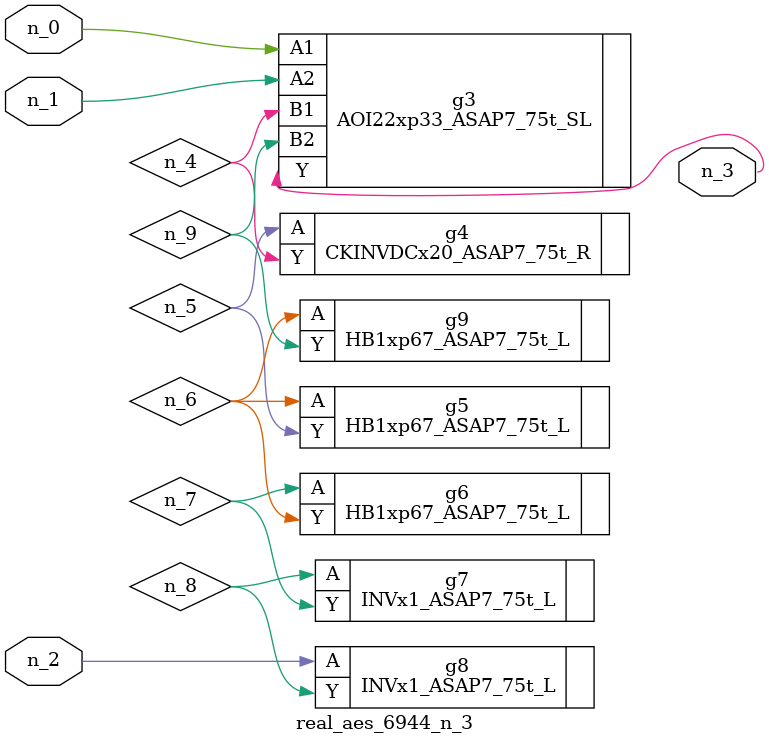
<source format=v>
module real_aes_6944_n_3 (n_0, n_2, n_1, n_3);
input n_0;
input n_2;
input n_1;
output n_3;
wire n_4;
wire n_5;
wire n_7;
wire n_9;
wire n_6;
wire n_8;
AOI22xp33_ASAP7_75t_SL g3 ( .A1(n_0), .A2(n_1), .B1(n_4), .B2(n_9), .Y(n_3) );
INVx1_ASAP7_75t_L g8 ( .A(n_2), .Y(n_8) );
CKINVDCx20_ASAP7_75t_R g4 ( .A(n_5), .Y(n_4) );
HB1xp67_ASAP7_75t_L g5 ( .A(n_6), .Y(n_5) );
HB1xp67_ASAP7_75t_L g9 ( .A(n_6), .Y(n_9) );
HB1xp67_ASAP7_75t_L g6 ( .A(n_7), .Y(n_6) );
INVx1_ASAP7_75t_L g7 ( .A(n_8), .Y(n_7) );
endmodule
</source>
